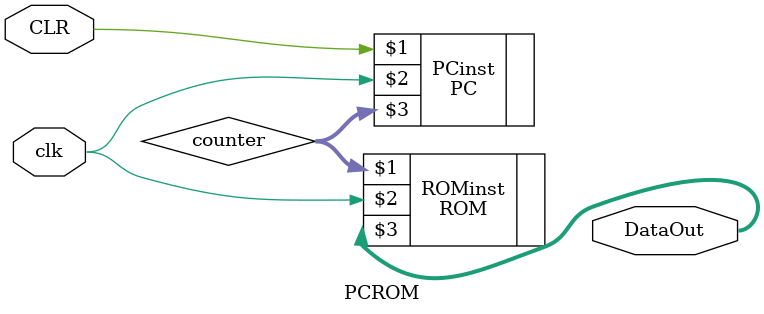
<source format=sv>
module PCROM(input logic CLR, clk,
             output logic [31:0] DataOut);

  logic [4:0] counter;
  PC PCinst(CLR, clk, counter);
  ROM ROMinst(counter, clk, DataOut);
  
endmodule 
</source>
